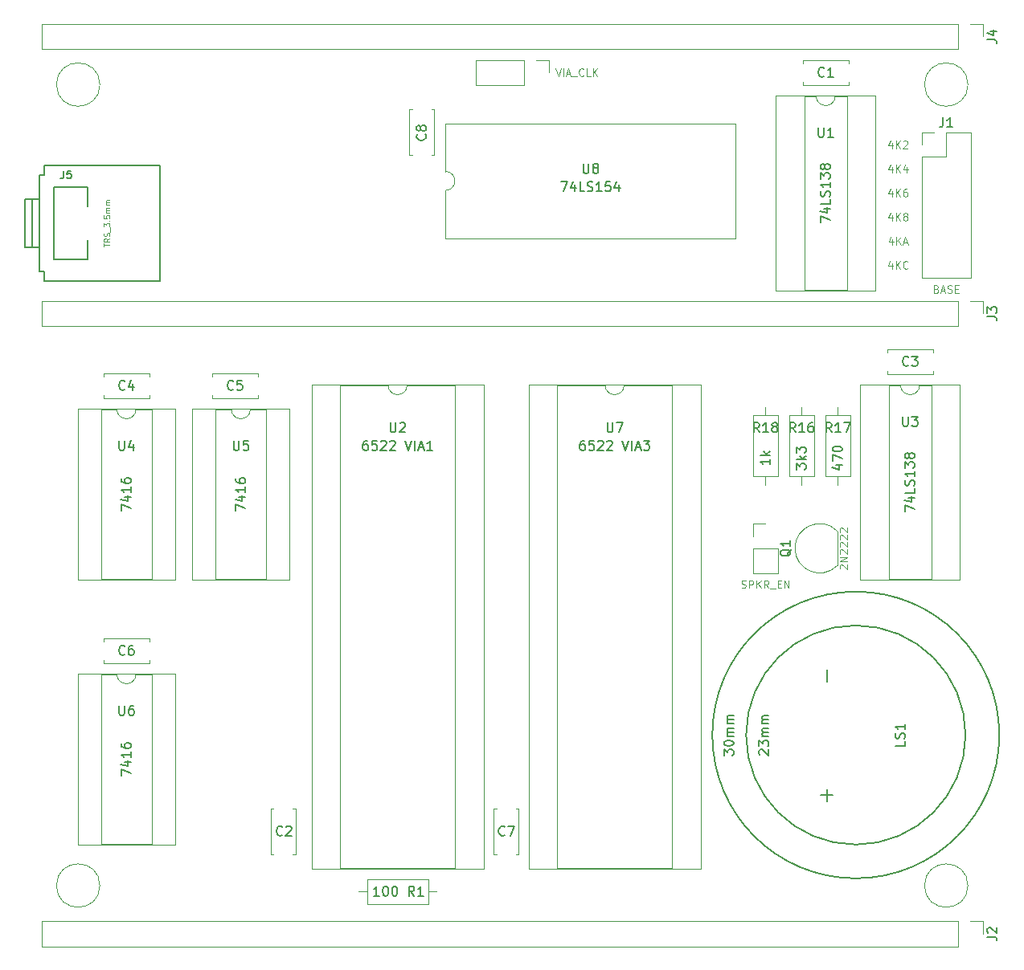
<source format=gto>
G04 #@! TF.GenerationSoftware,KiCad,Pcbnew,(5.1.5)-3*
G04 #@! TF.CreationDate,2020-11-02T01:25:37+01:00*
G04 #@! TF.ProjectId,PP 6502 Game Board,50502036-3530-4322-9047-616d6520426f,rev?*
G04 #@! TF.SameCoordinates,Original*
G04 #@! TF.FileFunction,Legend,Top*
G04 #@! TF.FilePolarity,Positive*
%FSLAX46Y46*%
G04 Gerber Fmt 4.6, Leading zero omitted, Abs format (unit mm)*
G04 Created by KiCad (PCBNEW (5.1.5)-3) date 2020-11-02 01:25:37*
%MOMM*%
%LPD*%
G04 APERTURE LIST*
%ADD10C,0.100000*%
%ADD11C,0.120000*%
%ADD12C,0.150000*%
G04 APERTURE END LIST*
D10*
X154446190Y-54171904D02*
X154712857Y-54971904D01*
X154979523Y-54171904D01*
X155246190Y-54971904D02*
X155246190Y-54171904D01*
X155589047Y-54743333D02*
X155970000Y-54743333D01*
X155512857Y-54971904D02*
X155779523Y-54171904D01*
X156046190Y-54971904D01*
X156122380Y-55048095D02*
X156731904Y-55048095D01*
X157379523Y-54895714D02*
X157341428Y-54933809D01*
X157227142Y-54971904D01*
X157150952Y-54971904D01*
X157036666Y-54933809D01*
X156960476Y-54857619D01*
X156922380Y-54781428D01*
X156884285Y-54629047D01*
X156884285Y-54514761D01*
X156922380Y-54362380D01*
X156960476Y-54286190D01*
X157036666Y-54210000D01*
X157150952Y-54171904D01*
X157227142Y-54171904D01*
X157341428Y-54210000D01*
X157379523Y-54248095D01*
X158103333Y-54971904D02*
X157722380Y-54971904D01*
X157722380Y-54171904D01*
X158370000Y-54971904D02*
X158370000Y-54171904D01*
X158827142Y-54971904D02*
X158484285Y-54514761D01*
X158827142Y-54171904D02*
X158370000Y-54629047D01*
X189852380Y-74758571D02*
X189852380Y-75291904D01*
X189661904Y-74453809D02*
X189471428Y-75025238D01*
X189966666Y-75025238D01*
X190271428Y-75291904D02*
X190271428Y-74491904D01*
X190728571Y-75291904D02*
X190385714Y-74834761D01*
X190728571Y-74491904D02*
X190271428Y-74949047D01*
X191528571Y-75215714D02*
X191490476Y-75253809D01*
X191376190Y-75291904D01*
X191300000Y-75291904D01*
X191185714Y-75253809D01*
X191109523Y-75177619D01*
X191071428Y-75101428D01*
X191033333Y-74949047D01*
X191033333Y-74834761D01*
X191071428Y-74682380D01*
X191109523Y-74606190D01*
X191185714Y-74530000D01*
X191300000Y-74491904D01*
X191376190Y-74491904D01*
X191490476Y-74530000D01*
X191528571Y-74568095D01*
X189909523Y-72218571D02*
X189909523Y-72751904D01*
X189719047Y-71913809D02*
X189528571Y-72485238D01*
X190023809Y-72485238D01*
X190328571Y-72751904D02*
X190328571Y-71951904D01*
X190785714Y-72751904D02*
X190442857Y-72294761D01*
X190785714Y-71951904D02*
X190328571Y-72409047D01*
X191090476Y-72523333D02*
X191471428Y-72523333D01*
X191014285Y-72751904D02*
X191280952Y-71951904D01*
X191547619Y-72751904D01*
X189871428Y-69678571D02*
X189871428Y-70211904D01*
X189680952Y-69373809D02*
X189490476Y-69945238D01*
X189985714Y-69945238D01*
X190290476Y-70211904D02*
X190290476Y-69411904D01*
X190747619Y-70211904D02*
X190404761Y-69754761D01*
X190747619Y-69411904D02*
X190290476Y-69869047D01*
X191204761Y-69754761D02*
X191128571Y-69716666D01*
X191090476Y-69678571D01*
X191052380Y-69602380D01*
X191052380Y-69564285D01*
X191090476Y-69488095D01*
X191128571Y-69450000D01*
X191204761Y-69411904D01*
X191357142Y-69411904D01*
X191433333Y-69450000D01*
X191471428Y-69488095D01*
X191509523Y-69564285D01*
X191509523Y-69602380D01*
X191471428Y-69678571D01*
X191433333Y-69716666D01*
X191357142Y-69754761D01*
X191204761Y-69754761D01*
X191128571Y-69792857D01*
X191090476Y-69830952D01*
X191052380Y-69907142D01*
X191052380Y-70059523D01*
X191090476Y-70135714D01*
X191128571Y-70173809D01*
X191204761Y-70211904D01*
X191357142Y-70211904D01*
X191433333Y-70173809D01*
X191471428Y-70135714D01*
X191509523Y-70059523D01*
X191509523Y-69907142D01*
X191471428Y-69830952D01*
X191433333Y-69792857D01*
X191357142Y-69754761D01*
X189871428Y-67138571D02*
X189871428Y-67671904D01*
X189680952Y-66833809D02*
X189490476Y-67405238D01*
X189985714Y-67405238D01*
X190290476Y-67671904D02*
X190290476Y-66871904D01*
X190747619Y-67671904D02*
X190404761Y-67214761D01*
X190747619Y-66871904D02*
X190290476Y-67329047D01*
X191433333Y-66871904D02*
X191280952Y-66871904D01*
X191204761Y-66910000D01*
X191166666Y-66948095D01*
X191090476Y-67062380D01*
X191052380Y-67214761D01*
X191052380Y-67519523D01*
X191090476Y-67595714D01*
X191128571Y-67633809D01*
X191204761Y-67671904D01*
X191357142Y-67671904D01*
X191433333Y-67633809D01*
X191471428Y-67595714D01*
X191509523Y-67519523D01*
X191509523Y-67329047D01*
X191471428Y-67252857D01*
X191433333Y-67214761D01*
X191357142Y-67176666D01*
X191204761Y-67176666D01*
X191128571Y-67214761D01*
X191090476Y-67252857D01*
X191052380Y-67329047D01*
X189871428Y-64598571D02*
X189871428Y-65131904D01*
X189680952Y-64293809D02*
X189490476Y-64865238D01*
X189985714Y-64865238D01*
X190290476Y-65131904D02*
X190290476Y-64331904D01*
X190747619Y-65131904D02*
X190404761Y-64674761D01*
X190747619Y-64331904D02*
X190290476Y-64789047D01*
X191433333Y-64598571D02*
X191433333Y-65131904D01*
X191242857Y-64293809D02*
X191052380Y-64865238D01*
X191547619Y-64865238D01*
X189871428Y-62058571D02*
X189871428Y-62591904D01*
X189680952Y-61753809D02*
X189490476Y-62325238D01*
X189985714Y-62325238D01*
X190290476Y-62591904D02*
X190290476Y-61791904D01*
X190747619Y-62591904D02*
X190404761Y-62134761D01*
X190747619Y-61791904D02*
X190290476Y-62249047D01*
X191052380Y-61868095D02*
X191090476Y-61830000D01*
X191166666Y-61791904D01*
X191357142Y-61791904D01*
X191433333Y-61830000D01*
X191471428Y-61868095D01*
X191509523Y-61944285D01*
X191509523Y-62020476D01*
X191471428Y-62134761D01*
X191014285Y-62591904D01*
X191509523Y-62591904D01*
D11*
X106426000Y-140335000D02*
G75*
G03X106426000Y-140335000I-2286000J0D01*
G01*
X197866000Y-140335000D02*
G75*
G03X197866000Y-140335000I-2286000J0D01*
G01*
X197866000Y-55880000D02*
G75*
G03X197866000Y-55880000I-2286000J0D01*
G01*
X106426000Y-55880000D02*
G75*
G03X106426000Y-55880000I-2286000J0D01*
G01*
X124420000Y-137070000D02*
X124420000Y-132250000D01*
X127040000Y-137070000D02*
X127040000Y-132250000D01*
X124420000Y-137070000D02*
X124734000Y-137070000D01*
X126726000Y-137070000D02*
X127040000Y-137070000D01*
X124420000Y-132250000D02*
X124734000Y-132250000D01*
X126726000Y-132250000D02*
X127040000Y-132250000D01*
X194220000Y-86400000D02*
X189400000Y-86400000D01*
X194220000Y-83780000D02*
X189400000Y-83780000D01*
X194220000Y-86400000D02*
X194220000Y-86086000D01*
X194220000Y-84094000D02*
X194220000Y-83780000D01*
X189400000Y-86400000D02*
X189400000Y-86086000D01*
X189400000Y-84094000D02*
X189400000Y-83780000D01*
X183880000Y-57090000D02*
G75*
G02X181880000Y-57090000I-1000000J0D01*
G01*
X181880000Y-57090000D02*
X180630000Y-57090000D01*
X180630000Y-57090000D02*
X180630000Y-77530000D01*
X180630000Y-77530000D02*
X185130000Y-77530000D01*
X185130000Y-77530000D02*
X185130000Y-57090000D01*
X185130000Y-57090000D02*
X183880000Y-57090000D01*
X177630000Y-57030000D02*
X177630000Y-77590000D01*
X177630000Y-77590000D02*
X188130000Y-77590000D01*
X188130000Y-77590000D02*
X188130000Y-57030000D01*
X188130000Y-57030000D02*
X177630000Y-57030000D01*
X138795000Y-87570000D02*
G75*
G02X136795000Y-87570000I-1000000J0D01*
G01*
X136795000Y-87570000D02*
X131735000Y-87570000D01*
X131735000Y-87570000D02*
X131735000Y-138490000D01*
X131735000Y-138490000D02*
X143855000Y-138490000D01*
X143855000Y-138490000D02*
X143855000Y-87570000D01*
X143855000Y-87570000D02*
X138795000Y-87570000D01*
X128735000Y-87510000D02*
X128735000Y-138550000D01*
X128735000Y-138550000D02*
X146855000Y-138550000D01*
X146855000Y-138550000D02*
X146855000Y-87510000D01*
X146855000Y-87510000D02*
X128735000Y-87510000D01*
X192770000Y-87570000D02*
G75*
G02X190770000Y-87570000I-1000000J0D01*
G01*
X190770000Y-87570000D02*
X189520000Y-87570000D01*
X189520000Y-87570000D02*
X189520000Y-108010000D01*
X189520000Y-108010000D02*
X194020000Y-108010000D01*
X194020000Y-108010000D02*
X194020000Y-87570000D01*
X194020000Y-87570000D02*
X192770000Y-87570000D01*
X186520000Y-87510000D02*
X186520000Y-108070000D01*
X186520000Y-108070000D02*
X197020000Y-108070000D01*
X197020000Y-108070000D02*
X197020000Y-87510000D01*
X197020000Y-87510000D02*
X186520000Y-87510000D01*
X145990000Y-53280000D02*
X145990000Y-55940000D01*
X151130000Y-53280000D02*
X145990000Y-53280000D01*
X151130000Y-55940000D02*
X145990000Y-55940000D01*
X151130000Y-53280000D02*
X151130000Y-55940000D01*
X152400000Y-53280000D02*
X153730000Y-53280000D01*
X153730000Y-53280000D02*
X153730000Y-54610000D01*
X185330000Y-55920000D02*
X180510000Y-55920000D01*
X185330000Y-53300000D02*
X180510000Y-53300000D01*
X185330000Y-55920000D02*
X185330000Y-55606000D01*
X185330000Y-53614000D02*
X185330000Y-53300000D01*
X180510000Y-55920000D02*
X180510000Y-55606000D01*
X180510000Y-53614000D02*
X180510000Y-53300000D01*
X111670000Y-88940000D02*
X106850000Y-88940000D01*
X111670000Y-86320000D02*
X106850000Y-86320000D01*
X111670000Y-88940000D02*
X111670000Y-88626000D01*
X111670000Y-86634000D02*
X111670000Y-86320000D01*
X106850000Y-88940000D02*
X106850000Y-88626000D01*
X106850000Y-86634000D02*
X106850000Y-86320000D01*
X123100000Y-88940000D02*
X118280000Y-88940000D01*
X123100000Y-86320000D02*
X118280000Y-86320000D01*
X123100000Y-88940000D02*
X123100000Y-88626000D01*
X123100000Y-86634000D02*
X123100000Y-86320000D01*
X118280000Y-88940000D02*
X118280000Y-88626000D01*
X118280000Y-86634000D02*
X118280000Y-86320000D01*
X192980000Y-76260000D02*
X198180000Y-76260000D01*
X192980000Y-63500000D02*
X192980000Y-76260000D01*
X198180000Y-60900000D02*
X198180000Y-76260000D01*
X192980000Y-63500000D02*
X195580000Y-63500000D01*
X195580000Y-63500000D02*
X195580000Y-60900000D01*
X195580000Y-60900000D02*
X198180000Y-60900000D01*
X192980000Y-62230000D02*
X192980000Y-60900000D01*
X192980000Y-60900000D02*
X194310000Y-60900000D01*
X100270000Y-144085000D02*
X100270000Y-146745000D01*
X196850000Y-144085000D02*
X100270000Y-144085000D01*
X196850000Y-146745000D02*
X100270000Y-146745000D01*
X196850000Y-144085000D02*
X196850000Y-146745000D01*
X198120000Y-144085000D02*
X199450000Y-144085000D01*
X199450000Y-144085000D02*
X199450000Y-145415000D01*
X100270000Y-78680000D02*
X100270000Y-81340000D01*
X196850000Y-78680000D02*
X100270000Y-78680000D01*
X196850000Y-81340000D02*
X100270000Y-81340000D01*
X196850000Y-78680000D02*
X196850000Y-81340000D01*
X198120000Y-78680000D02*
X199450000Y-78680000D01*
X199450000Y-78680000D02*
X199450000Y-80010000D01*
X181650000Y-90770000D02*
X179030000Y-90770000D01*
X179030000Y-90770000D02*
X179030000Y-97190000D01*
X179030000Y-97190000D02*
X181650000Y-97190000D01*
X181650000Y-97190000D02*
X181650000Y-90770000D01*
X180340000Y-89880000D02*
X180340000Y-90770000D01*
X180340000Y-98080000D02*
X180340000Y-97190000D01*
X110220000Y-90110000D02*
G75*
G02X108220000Y-90110000I-1000000J0D01*
G01*
X108220000Y-90110000D02*
X106570000Y-90110000D01*
X106570000Y-90110000D02*
X106570000Y-108010000D01*
X106570000Y-108010000D02*
X111870000Y-108010000D01*
X111870000Y-108010000D02*
X111870000Y-90110000D01*
X111870000Y-90110000D02*
X110220000Y-90110000D01*
X104080000Y-90050000D02*
X104080000Y-108070000D01*
X104080000Y-108070000D02*
X114360000Y-108070000D01*
X114360000Y-108070000D02*
X114360000Y-90050000D01*
X114360000Y-90050000D02*
X104080000Y-90050000D01*
X122285000Y-90110000D02*
G75*
G02X120285000Y-90110000I-1000000J0D01*
G01*
X120285000Y-90110000D02*
X118635000Y-90110000D01*
X118635000Y-90110000D02*
X118635000Y-108010000D01*
X118635000Y-108010000D02*
X123935000Y-108010000D01*
X123935000Y-108010000D02*
X123935000Y-90110000D01*
X123935000Y-90110000D02*
X122285000Y-90110000D01*
X116145000Y-90050000D02*
X116145000Y-108070000D01*
X116145000Y-108070000D02*
X126425000Y-108070000D01*
X126425000Y-108070000D02*
X126425000Y-90050000D01*
X126425000Y-90050000D02*
X116145000Y-90050000D01*
X110220000Y-118050000D02*
G75*
G02X108220000Y-118050000I-1000000J0D01*
G01*
X108220000Y-118050000D02*
X106570000Y-118050000D01*
X106570000Y-118050000D02*
X106570000Y-135950000D01*
X106570000Y-135950000D02*
X111870000Y-135950000D01*
X111870000Y-135950000D02*
X111870000Y-118050000D01*
X111870000Y-118050000D02*
X110220000Y-118050000D01*
X104080000Y-117990000D02*
X104080000Y-136010000D01*
X104080000Y-136010000D02*
X114360000Y-136010000D01*
X114360000Y-136010000D02*
X114360000Y-117990000D01*
X114360000Y-117990000D02*
X104080000Y-117990000D01*
X161655000Y-87570000D02*
G75*
G02X159655000Y-87570000I-1000000J0D01*
G01*
X159655000Y-87570000D02*
X154595000Y-87570000D01*
X154595000Y-87570000D02*
X154595000Y-138490000D01*
X154595000Y-138490000D02*
X166715000Y-138490000D01*
X166715000Y-138490000D02*
X166715000Y-87570000D01*
X166715000Y-87570000D02*
X161655000Y-87570000D01*
X151595000Y-87510000D02*
X151595000Y-138550000D01*
X151595000Y-138550000D02*
X169715000Y-138550000D01*
X169715000Y-138550000D02*
X169715000Y-87510000D01*
X169715000Y-87510000D02*
X151595000Y-87510000D01*
X142815000Y-65040000D02*
G75*
G02X142815000Y-67040000I0J-1000000D01*
G01*
X142815000Y-67040000D02*
X142815000Y-72100000D01*
X142815000Y-72100000D02*
X173415000Y-72100000D01*
X173415000Y-72100000D02*
X173415000Y-59980000D01*
X173415000Y-59980000D02*
X142815000Y-59980000D01*
X142815000Y-59980000D02*
X142815000Y-65040000D01*
X100270000Y-49470000D02*
X100270000Y-52130000D01*
X196850000Y-49470000D02*
X100270000Y-49470000D01*
X196850000Y-52130000D02*
X100270000Y-52130000D01*
X196850000Y-49470000D02*
X196850000Y-52130000D01*
X198120000Y-49470000D02*
X199450000Y-49470000D01*
X199450000Y-49470000D02*
X199450000Y-50800000D01*
X111670000Y-116880000D02*
X106850000Y-116880000D01*
X111670000Y-114260000D02*
X106850000Y-114260000D01*
X111670000Y-116880000D02*
X111670000Y-116566000D01*
X111670000Y-114574000D02*
X111670000Y-114260000D01*
X106850000Y-116880000D02*
X106850000Y-116566000D01*
X106850000Y-114574000D02*
X106850000Y-114260000D01*
X147915000Y-137070000D02*
X147915000Y-132250000D01*
X150535000Y-137070000D02*
X150535000Y-132250000D01*
X147915000Y-137070000D02*
X148229000Y-137070000D01*
X150221000Y-137070000D02*
X150535000Y-137070000D01*
X147915000Y-132250000D02*
X148229000Y-132250000D01*
X150221000Y-132250000D02*
X150535000Y-132250000D01*
X184095000Y-106575000D02*
X184095000Y-102975000D01*
X184083478Y-106613478D02*
G75*
G02X179645000Y-104775000I-1838478J1838478D01*
G01*
X184083478Y-102936522D02*
G75*
G03X179645000Y-104775000I-1838478J-1838478D01*
G01*
X182840000Y-97190000D02*
X185460000Y-97190000D01*
X185460000Y-97190000D02*
X185460000Y-90770000D01*
X185460000Y-90770000D02*
X182840000Y-90770000D01*
X182840000Y-90770000D02*
X182840000Y-97190000D01*
X184150000Y-98080000D02*
X184150000Y-97190000D01*
X184150000Y-89880000D02*
X184150000Y-90770000D01*
X177840000Y-90770000D02*
X175220000Y-90770000D01*
X175220000Y-90770000D02*
X175220000Y-97190000D01*
X175220000Y-97190000D02*
X177840000Y-97190000D01*
X177840000Y-97190000D02*
X177840000Y-90770000D01*
X176530000Y-89880000D02*
X176530000Y-90770000D01*
X176530000Y-98080000D02*
X176530000Y-97190000D01*
D12*
X183007000Y-118237000D02*
X183007000Y-117602000D01*
X183007000Y-118237000D02*
X183007000Y-118872000D01*
X183007000Y-130810000D02*
X183007000Y-130175000D01*
X183007000Y-130810000D02*
X183007000Y-131445000D01*
X183515000Y-130810000D02*
X183642000Y-130810000D01*
X182372000Y-130810000D02*
X183515000Y-130810000D01*
X197612000Y-124460000D02*
G75*
G03X197612000Y-124460000I-11557000J0D01*
G01*
X201168000Y-124460000D02*
G75*
G03X201168000Y-124460000I-15113000J0D01*
G01*
X105156000Y-72263000D02*
X105156000Y-74295000D01*
X105156000Y-74295000D02*
X101600000Y-74295000D01*
X101600000Y-74295000D02*
X101600000Y-66675000D01*
X101600000Y-66675000D02*
X105156000Y-66675000D01*
X105156000Y-66675000D02*
X105156000Y-68707000D01*
X100584000Y-75565000D02*
X100584000Y-76581000D01*
X100584000Y-64389000D02*
X100584000Y-65405000D01*
X98552000Y-73025000D02*
X100076000Y-73025000D01*
X100076000Y-67945000D02*
X98552000Y-67945000D01*
X99314000Y-73025000D02*
X99314000Y-67945000D01*
X100584000Y-75565000D02*
X100330000Y-75565000D01*
X100330000Y-75565000D02*
X100076000Y-75565000D01*
X100076000Y-75565000D02*
X100076000Y-65405000D01*
X100076000Y-65405000D02*
X100584000Y-65405000D01*
X98552000Y-73025000D02*
X98552000Y-67945000D01*
X112776000Y-76581000D02*
X100584000Y-76581000D01*
X100584000Y-64389000D02*
X112776000Y-64389000D01*
X112776000Y-64389000D02*
X112776000Y-76581000D01*
D11*
X175200000Y-107375000D02*
X177860000Y-107375000D01*
X175200000Y-104775000D02*
X175200000Y-107375000D01*
X177860000Y-104775000D02*
X177860000Y-107375000D01*
X175200000Y-104775000D02*
X177860000Y-104775000D01*
X175200000Y-103505000D02*
X175200000Y-102175000D01*
X175200000Y-102175000D02*
X176530000Y-102175000D01*
X141005000Y-142280000D02*
X141005000Y-139660000D01*
X141005000Y-139660000D02*
X134585000Y-139660000D01*
X134585000Y-139660000D02*
X134585000Y-142280000D01*
X134585000Y-142280000D02*
X141005000Y-142280000D01*
X141895000Y-140970000D02*
X141005000Y-140970000D01*
X133695000Y-140970000D02*
X134585000Y-140970000D01*
X141645000Y-58510000D02*
X141645000Y-63330000D01*
X139025000Y-58510000D02*
X139025000Y-63330000D01*
X141645000Y-58510000D02*
X141331000Y-58510000D01*
X139339000Y-58510000D02*
X139025000Y-58510000D01*
X141645000Y-63330000D02*
X141331000Y-63330000D01*
X139339000Y-63330000D02*
X139025000Y-63330000D01*
D12*
X125648332Y-134977142D02*
X125600713Y-135024761D01*
X125457856Y-135072380D01*
X125362618Y-135072380D01*
X125219760Y-135024761D01*
X125124522Y-134929523D01*
X125076903Y-134834285D01*
X125029284Y-134643809D01*
X125029284Y-134500952D01*
X125076903Y-134310476D01*
X125124522Y-134215238D01*
X125219760Y-134120000D01*
X125362618Y-134072380D01*
X125457856Y-134072380D01*
X125600713Y-134120000D01*
X125648332Y-134167619D01*
X126029284Y-134167619D02*
X126076903Y-134120000D01*
X126172141Y-134072380D01*
X126410237Y-134072380D01*
X126505475Y-134120000D01*
X126553094Y-134167619D01*
X126600713Y-134262857D01*
X126600713Y-134358095D01*
X126553094Y-134500952D01*
X125981665Y-135072380D01*
X126600713Y-135072380D01*
X191603333Y-85447142D02*
X191555714Y-85494761D01*
X191412857Y-85542380D01*
X191317619Y-85542380D01*
X191174761Y-85494761D01*
X191079523Y-85399523D01*
X191031904Y-85304285D01*
X190984285Y-85113809D01*
X190984285Y-84970952D01*
X191031904Y-84780476D01*
X191079523Y-84685238D01*
X191174761Y-84590000D01*
X191317619Y-84542380D01*
X191412857Y-84542380D01*
X191555714Y-84590000D01*
X191603333Y-84637619D01*
X191936666Y-84542380D02*
X192555714Y-84542380D01*
X192222380Y-84923333D01*
X192365238Y-84923333D01*
X192460476Y-84970952D01*
X192508095Y-85018571D01*
X192555714Y-85113809D01*
X192555714Y-85351904D01*
X192508095Y-85447142D01*
X192460476Y-85494761D01*
X192365238Y-85542380D01*
X192079523Y-85542380D01*
X191984285Y-85494761D01*
X191936666Y-85447142D01*
X182118095Y-60412380D02*
X182118095Y-61221904D01*
X182165714Y-61317142D01*
X182213333Y-61364761D01*
X182308571Y-61412380D01*
X182499047Y-61412380D01*
X182594285Y-61364761D01*
X182641904Y-61317142D01*
X182689523Y-61221904D01*
X182689523Y-60412380D01*
X183689523Y-61412380D02*
X183118095Y-61412380D01*
X183403809Y-61412380D02*
X183403809Y-60412380D01*
X183308571Y-60555238D01*
X183213333Y-60650476D01*
X183118095Y-60698095D01*
X182332380Y-70429047D02*
X182332380Y-69762380D01*
X183332380Y-70190952D01*
X182665714Y-68952857D02*
X183332380Y-68952857D01*
X182284761Y-69190952D02*
X182999047Y-69429047D01*
X182999047Y-68810000D01*
X183332380Y-67952857D02*
X183332380Y-68429047D01*
X182332380Y-68429047D01*
X183284761Y-67667142D02*
X183332380Y-67524285D01*
X183332380Y-67286190D01*
X183284761Y-67190952D01*
X183237142Y-67143333D01*
X183141904Y-67095714D01*
X183046666Y-67095714D01*
X182951428Y-67143333D01*
X182903809Y-67190952D01*
X182856190Y-67286190D01*
X182808571Y-67476666D01*
X182760952Y-67571904D01*
X182713333Y-67619523D01*
X182618095Y-67667142D01*
X182522857Y-67667142D01*
X182427619Y-67619523D01*
X182380000Y-67571904D01*
X182332380Y-67476666D01*
X182332380Y-67238571D01*
X182380000Y-67095714D01*
X183332380Y-66143333D02*
X183332380Y-66714761D01*
X183332380Y-66429047D02*
X182332380Y-66429047D01*
X182475238Y-66524285D01*
X182570476Y-66619523D01*
X182618095Y-66714761D01*
X182332380Y-65810000D02*
X182332380Y-65190952D01*
X182713333Y-65524285D01*
X182713333Y-65381428D01*
X182760952Y-65286190D01*
X182808571Y-65238571D01*
X182903809Y-65190952D01*
X183141904Y-65190952D01*
X183237142Y-65238571D01*
X183284761Y-65286190D01*
X183332380Y-65381428D01*
X183332380Y-65667142D01*
X183284761Y-65762380D01*
X183237142Y-65810000D01*
X182760952Y-64619523D02*
X182713333Y-64714761D01*
X182665714Y-64762380D01*
X182570476Y-64810000D01*
X182522857Y-64810000D01*
X182427619Y-64762380D01*
X182380000Y-64714761D01*
X182332380Y-64619523D01*
X182332380Y-64429047D01*
X182380000Y-64333809D01*
X182427619Y-64286190D01*
X182522857Y-64238571D01*
X182570476Y-64238571D01*
X182665714Y-64286190D01*
X182713333Y-64333809D01*
X182760952Y-64429047D01*
X182760952Y-64619523D01*
X182808571Y-64714761D01*
X182856190Y-64762380D01*
X182951428Y-64810000D01*
X183141904Y-64810000D01*
X183237142Y-64762380D01*
X183284761Y-64714761D01*
X183332380Y-64619523D01*
X183332380Y-64429047D01*
X183284761Y-64333809D01*
X183237142Y-64286190D01*
X183141904Y-64238571D01*
X182951428Y-64238571D01*
X182856190Y-64286190D01*
X182808571Y-64333809D01*
X182760952Y-64429047D01*
X137033095Y-91527380D02*
X137033095Y-92336904D01*
X137080714Y-92432142D01*
X137128333Y-92479761D01*
X137223571Y-92527380D01*
X137414047Y-92527380D01*
X137509285Y-92479761D01*
X137556904Y-92432142D01*
X137604523Y-92336904D01*
X137604523Y-91527380D01*
X138033095Y-91622619D02*
X138080714Y-91575000D01*
X138175952Y-91527380D01*
X138414047Y-91527380D01*
X138509285Y-91575000D01*
X138556904Y-91622619D01*
X138604523Y-91717857D01*
X138604523Y-91813095D01*
X138556904Y-91955952D01*
X137985476Y-92527380D01*
X138604523Y-92527380D01*
X134604523Y-93432380D02*
X134414047Y-93432380D01*
X134318809Y-93480000D01*
X134271190Y-93527619D01*
X134175952Y-93670476D01*
X134128333Y-93860952D01*
X134128333Y-94241904D01*
X134175952Y-94337142D01*
X134223571Y-94384761D01*
X134318809Y-94432380D01*
X134509285Y-94432380D01*
X134604523Y-94384761D01*
X134652142Y-94337142D01*
X134699761Y-94241904D01*
X134699761Y-94003809D01*
X134652142Y-93908571D01*
X134604523Y-93860952D01*
X134509285Y-93813333D01*
X134318809Y-93813333D01*
X134223571Y-93860952D01*
X134175952Y-93908571D01*
X134128333Y-94003809D01*
X135604523Y-93432380D02*
X135128333Y-93432380D01*
X135080714Y-93908571D01*
X135128333Y-93860952D01*
X135223571Y-93813333D01*
X135461666Y-93813333D01*
X135556904Y-93860952D01*
X135604523Y-93908571D01*
X135652142Y-94003809D01*
X135652142Y-94241904D01*
X135604523Y-94337142D01*
X135556904Y-94384761D01*
X135461666Y-94432380D01*
X135223571Y-94432380D01*
X135128333Y-94384761D01*
X135080714Y-94337142D01*
X136033095Y-93527619D02*
X136080714Y-93480000D01*
X136175952Y-93432380D01*
X136414047Y-93432380D01*
X136509285Y-93480000D01*
X136556904Y-93527619D01*
X136604523Y-93622857D01*
X136604523Y-93718095D01*
X136556904Y-93860952D01*
X135985476Y-94432380D01*
X136604523Y-94432380D01*
X136985476Y-93527619D02*
X137033095Y-93480000D01*
X137128333Y-93432380D01*
X137366428Y-93432380D01*
X137461666Y-93480000D01*
X137509285Y-93527619D01*
X137556904Y-93622857D01*
X137556904Y-93718095D01*
X137509285Y-93860952D01*
X136937857Y-94432380D01*
X137556904Y-94432380D01*
X138604523Y-93432380D02*
X138937857Y-94432380D01*
X139271190Y-93432380D01*
X139604523Y-94432380D02*
X139604523Y-93432380D01*
X140033095Y-94146666D02*
X140509285Y-94146666D01*
X139937857Y-94432380D02*
X140271190Y-93432380D01*
X140604523Y-94432380D01*
X141461666Y-94432380D02*
X140890238Y-94432380D01*
X141175952Y-94432380D02*
X141175952Y-93432380D01*
X141080714Y-93575238D01*
X140985476Y-93670476D01*
X140890238Y-93718095D01*
X191008095Y-90892380D02*
X191008095Y-91701904D01*
X191055714Y-91797142D01*
X191103333Y-91844761D01*
X191198571Y-91892380D01*
X191389047Y-91892380D01*
X191484285Y-91844761D01*
X191531904Y-91797142D01*
X191579523Y-91701904D01*
X191579523Y-90892380D01*
X191960476Y-90892380D02*
X192579523Y-90892380D01*
X192246190Y-91273333D01*
X192389047Y-91273333D01*
X192484285Y-91320952D01*
X192531904Y-91368571D01*
X192579523Y-91463809D01*
X192579523Y-91701904D01*
X192531904Y-91797142D01*
X192484285Y-91844761D01*
X192389047Y-91892380D01*
X192103333Y-91892380D01*
X192008095Y-91844761D01*
X191960476Y-91797142D01*
X191222380Y-100909047D02*
X191222380Y-100242380D01*
X192222380Y-100670952D01*
X191555714Y-99432857D02*
X192222380Y-99432857D01*
X191174761Y-99670952D02*
X191889047Y-99909047D01*
X191889047Y-99290000D01*
X192222380Y-98432857D02*
X192222380Y-98909047D01*
X191222380Y-98909047D01*
X192174761Y-98147142D02*
X192222380Y-98004285D01*
X192222380Y-97766190D01*
X192174761Y-97670952D01*
X192127142Y-97623333D01*
X192031904Y-97575714D01*
X191936666Y-97575714D01*
X191841428Y-97623333D01*
X191793809Y-97670952D01*
X191746190Y-97766190D01*
X191698571Y-97956666D01*
X191650952Y-98051904D01*
X191603333Y-98099523D01*
X191508095Y-98147142D01*
X191412857Y-98147142D01*
X191317619Y-98099523D01*
X191270000Y-98051904D01*
X191222380Y-97956666D01*
X191222380Y-97718571D01*
X191270000Y-97575714D01*
X192222380Y-96623333D02*
X192222380Y-97194761D01*
X192222380Y-96909047D02*
X191222380Y-96909047D01*
X191365238Y-97004285D01*
X191460476Y-97099523D01*
X191508095Y-97194761D01*
X191222380Y-96290000D02*
X191222380Y-95670952D01*
X191603333Y-96004285D01*
X191603333Y-95861428D01*
X191650952Y-95766190D01*
X191698571Y-95718571D01*
X191793809Y-95670952D01*
X192031904Y-95670952D01*
X192127142Y-95718571D01*
X192174761Y-95766190D01*
X192222380Y-95861428D01*
X192222380Y-96147142D01*
X192174761Y-96242380D01*
X192127142Y-96290000D01*
X191650952Y-95099523D02*
X191603333Y-95194761D01*
X191555714Y-95242380D01*
X191460476Y-95290000D01*
X191412857Y-95290000D01*
X191317619Y-95242380D01*
X191270000Y-95194761D01*
X191222380Y-95099523D01*
X191222380Y-94909047D01*
X191270000Y-94813809D01*
X191317619Y-94766190D01*
X191412857Y-94718571D01*
X191460476Y-94718571D01*
X191555714Y-94766190D01*
X191603333Y-94813809D01*
X191650952Y-94909047D01*
X191650952Y-95099523D01*
X191698571Y-95194761D01*
X191746190Y-95242380D01*
X191841428Y-95290000D01*
X192031904Y-95290000D01*
X192127142Y-95242380D01*
X192174761Y-95194761D01*
X192222380Y-95099523D01*
X192222380Y-94909047D01*
X192174761Y-94813809D01*
X192127142Y-94766190D01*
X192031904Y-94718571D01*
X191841428Y-94718571D01*
X191746190Y-94766190D01*
X191698571Y-94813809D01*
X191650952Y-94909047D01*
X182713333Y-54967142D02*
X182665714Y-55014761D01*
X182522857Y-55062380D01*
X182427619Y-55062380D01*
X182284761Y-55014761D01*
X182189523Y-54919523D01*
X182141904Y-54824285D01*
X182094285Y-54633809D01*
X182094285Y-54490952D01*
X182141904Y-54300476D01*
X182189523Y-54205238D01*
X182284761Y-54110000D01*
X182427619Y-54062380D01*
X182522857Y-54062380D01*
X182665714Y-54110000D01*
X182713333Y-54157619D01*
X183665714Y-55062380D02*
X183094285Y-55062380D01*
X183380000Y-55062380D02*
X183380000Y-54062380D01*
X183284761Y-54205238D01*
X183189523Y-54300476D01*
X183094285Y-54348095D01*
X109053333Y-87987142D02*
X109005714Y-88034761D01*
X108862857Y-88082380D01*
X108767619Y-88082380D01*
X108624761Y-88034761D01*
X108529523Y-87939523D01*
X108481904Y-87844285D01*
X108434285Y-87653809D01*
X108434285Y-87510952D01*
X108481904Y-87320476D01*
X108529523Y-87225238D01*
X108624761Y-87130000D01*
X108767619Y-87082380D01*
X108862857Y-87082380D01*
X109005714Y-87130000D01*
X109053333Y-87177619D01*
X109910476Y-87415714D02*
X109910476Y-88082380D01*
X109672380Y-87034761D02*
X109434285Y-87749047D01*
X110053333Y-87749047D01*
X120483333Y-87987142D02*
X120435714Y-88034761D01*
X120292857Y-88082380D01*
X120197619Y-88082380D01*
X120054761Y-88034761D01*
X119959523Y-87939523D01*
X119911904Y-87844285D01*
X119864285Y-87653809D01*
X119864285Y-87510952D01*
X119911904Y-87320476D01*
X119959523Y-87225238D01*
X120054761Y-87130000D01*
X120197619Y-87082380D01*
X120292857Y-87082380D01*
X120435714Y-87130000D01*
X120483333Y-87177619D01*
X121388095Y-87082380D02*
X120911904Y-87082380D01*
X120864285Y-87558571D01*
X120911904Y-87510952D01*
X121007142Y-87463333D01*
X121245238Y-87463333D01*
X121340476Y-87510952D01*
X121388095Y-87558571D01*
X121435714Y-87653809D01*
X121435714Y-87891904D01*
X121388095Y-87987142D01*
X121340476Y-88034761D01*
X121245238Y-88082380D01*
X121007142Y-88082380D01*
X120911904Y-88034761D01*
X120864285Y-87987142D01*
X195246666Y-59352380D02*
X195246666Y-60066666D01*
X195199047Y-60209523D01*
X195103809Y-60304761D01*
X194960952Y-60352380D01*
X194865714Y-60352380D01*
X196246666Y-60352380D02*
X195675238Y-60352380D01*
X195960952Y-60352380D02*
X195960952Y-59352380D01*
X195865714Y-59495238D01*
X195770476Y-59590476D01*
X195675238Y-59638095D01*
D10*
X194551428Y-77412857D02*
X194665714Y-77450952D01*
X194703809Y-77489047D01*
X194741904Y-77565238D01*
X194741904Y-77679523D01*
X194703809Y-77755714D01*
X194665714Y-77793809D01*
X194589523Y-77831904D01*
X194284761Y-77831904D01*
X194284761Y-77031904D01*
X194551428Y-77031904D01*
X194627619Y-77070000D01*
X194665714Y-77108095D01*
X194703809Y-77184285D01*
X194703809Y-77260476D01*
X194665714Y-77336666D01*
X194627619Y-77374761D01*
X194551428Y-77412857D01*
X194284761Y-77412857D01*
X195046666Y-77603333D02*
X195427619Y-77603333D01*
X194970476Y-77831904D02*
X195237142Y-77031904D01*
X195503809Y-77831904D01*
X195732380Y-77793809D02*
X195846666Y-77831904D01*
X196037142Y-77831904D01*
X196113333Y-77793809D01*
X196151428Y-77755714D01*
X196189523Y-77679523D01*
X196189523Y-77603333D01*
X196151428Y-77527142D01*
X196113333Y-77489047D01*
X196037142Y-77450952D01*
X195884761Y-77412857D01*
X195808571Y-77374761D01*
X195770476Y-77336666D01*
X195732380Y-77260476D01*
X195732380Y-77184285D01*
X195770476Y-77108095D01*
X195808571Y-77070000D01*
X195884761Y-77031904D01*
X196075238Y-77031904D01*
X196189523Y-77070000D01*
X196532380Y-77412857D02*
X196799047Y-77412857D01*
X196913333Y-77831904D02*
X196532380Y-77831904D01*
X196532380Y-77031904D01*
X196913333Y-77031904D01*
D12*
X199902380Y-145748333D02*
X200616666Y-145748333D01*
X200759523Y-145795952D01*
X200854761Y-145891190D01*
X200902380Y-146034047D01*
X200902380Y-146129285D01*
X199997619Y-145319761D02*
X199950000Y-145272142D01*
X199902380Y-145176904D01*
X199902380Y-144938809D01*
X199950000Y-144843571D01*
X199997619Y-144795952D01*
X200092857Y-144748333D01*
X200188095Y-144748333D01*
X200330952Y-144795952D01*
X200902380Y-145367380D01*
X200902380Y-144748333D01*
X199902380Y-80343333D02*
X200616666Y-80343333D01*
X200759523Y-80390952D01*
X200854761Y-80486190D01*
X200902380Y-80629047D01*
X200902380Y-80724285D01*
X199902380Y-79962380D02*
X199902380Y-79343333D01*
X200283333Y-79676666D01*
X200283333Y-79533809D01*
X200330952Y-79438571D01*
X200378571Y-79390952D01*
X200473809Y-79343333D01*
X200711904Y-79343333D01*
X200807142Y-79390952D01*
X200854761Y-79438571D01*
X200902380Y-79533809D01*
X200902380Y-79819523D01*
X200854761Y-79914761D01*
X200807142Y-79962380D01*
X179697142Y-92527380D02*
X179363809Y-92051190D01*
X179125714Y-92527380D02*
X179125714Y-91527380D01*
X179506666Y-91527380D01*
X179601904Y-91575000D01*
X179649523Y-91622619D01*
X179697142Y-91717857D01*
X179697142Y-91860714D01*
X179649523Y-91955952D01*
X179601904Y-92003571D01*
X179506666Y-92051190D01*
X179125714Y-92051190D01*
X180649523Y-92527380D02*
X180078095Y-92527380D01*
X180363809Y-92527380D02*
X180363809Y-91527380D01*
X180268571Y-91670238D01*
X180173333Y-91765476D01*
X180078095Y-91813095D01*
X181506666Y-91527380D02*
X181316190Y-91527380D01*
X181220952Y-91575000D01*
X181173333Y-91622619D01*
X181078095Y-91765476D01*
X181030476Y-91955952D01*
X181030476Y-92336904D01*
X181078095Y-92432142D01*
X181125714Y-92479761D01*
X181220952Y-92527380D01*
X181411428Y-92527380D01*
X181506666Y-92479761D01*
X181554285Y-92432142D01*
X181601904Y-92336904D01*
X181601904Y-92098809D01*
X181554285Y-92003571D01*
X181506666Y-91955952D01*
X181411428Y-91908333D01*
X181220952Y-91908333D01*
X181125714Y-91955952D01*
X181078095Y-92003571D01*
X181030476Y-92098809D01*
X179792380Y-96464285D02*
X179792380Y-95845238D01*
X180173333Y-96178571D01*
X180173333Y-96035714D01*
X180220952Y-95940476D01*
X180268571Y-95892857D01*
X180363809Y-95845238D01*
X180601904Y-95845238D01*
X180697142Y-95892857D01*
X180744761Y-95940476D01*
X180792380Y-96035714D01*
X180792380Y-96321428D01*
X180744761Y-96416666D01*
X180697142Y-96464285D01*
X180792380Y-95416666D02*
X179792380Y-95416666D01*
X180411428Y-95321428D02*
X180792380Y-95035714D01*
X180125714Y-95035714D02*
X180506666Y-95416666D01*
X179792380Y-94702380D02*
X179792380Y-94083333D01*
X180173333Y-94416666D01*
X180173333Y-94273809D01*
X180220952Y-94178571D01*
X180268571Y-94130952D01*
X180363809Y-94083333D01*
X180601904Y-94083333D01*
X180697142Y-94130952D01*
X180744761Y-94178571D01*
X180792380Y-94273809D01*
X180792380Y-94559523D01*
X180744761Y-94654761D01*
X180697142Y-94702380D01*
X108458095Y-93432380D02*
X108458095Y-94241904D01*
X108505714Y-94337142D01*
X108553333Y-94384761D01*
X108648571Y-94432380D01*
X108839047Y-94432380D01*
X108934285Y-94384761D01*
X108981904Y-94337142D01*
X109029523Y-94241904D01*
X109029523Y-93432380D01*
X109934285Y-93765714D02*
X109934285Y-94432380D01*
X109696190Y-93384761D02*
X109458095Y-94099047D01*
X110077142Y-94099047D01*
X108672380Y-100821904D02*
X108672380Y-100155238D01*
X109672380Y-100583809D01*
X109005714Y-99345714D02*
X109672380Y-99345714D01*
X108624761Y-99583809D02*
X109339047Y-99821904D01*
X109339047Y-99202857D01*
X109672380Y-98298095D02*
X109672380Y-98869523D01*
X109672380Y-98583809D02*
X108672380Y-98583809D01*
X108815238Y-98679047D01*
X108910476Y-98774285D01*
X108958095Y-98869523D01*
X108672380Y-97440952D02*
X108672380Y-97631428D01*
X108720000Y-97726666D01*
X108767619Y-97774285D01*
X108910476Y-97869523D01*
X109100952Y-97917142D01*
X109481904Y-97917142D01*
X109577142Y-97869523D01*
X109624761Y-97821904D01*
X109672380Y-97726666D01*
X109672380Y-97536190D01*
X109624761Y-97440952D01*
X109577142Y-97393333D01*
X109481904Y-97345714D01*
X109243809Y-97345714D01*
X109148571Y-97393333D01*
X109100952Y-97440952D01*
X109053333Y-97536190D01*
X109053333Y-97726666D01*
X109100952Y-97821904D01*
X109148571Y-97869523D01*
X109243809Y-97917142D01*
X120523095Y-93432380D02*
X120523095Y-94241904D01*
X120570714Y-94337142D01*
X120618333Y-94384761D01*
X120713571Y-94432380D01*
X120904047Y-94432380D01*
X120999285Y-94384761D01*
X121046904Y-94337142D01*
X121094523Y-94241904D01*
X121094523Y-93432380D01*
X122046904Y-93432380D02*
X121570714Y-93432380D01*
X121523095Y-93908571D01*
X121570714Y-93860952D01*
X121665952Y-93813333D01*
X121904047Y-93813333D01*
X121999285Y-93860952D01*
X122046904Y-93908571D01*
X122094523Y-94003809D01*
X122094523Y-94241904D01*
X122046904Y-94337142D01*
X121999285Y-94384761D01*
X121904047Y-94432380D01*
X121665952Y-94432380D01*
X121570714Y-94384761D01*
X121523095Y-94337142D01*
X120737380Y-100821904D02*
X120737380Y-100155238D01*
X121737380Y-100583809D01*
X121070714Y-99345714D02*
X121737380Y-99345714D01*
X120689761Y-99583809D02*
X121404047Y-99821904D01*
X121404047Y-99202857D01*
X121737380Y-98298095D02*
X121737380Y-98869523D01*
X121737380Y-98583809D02*
X120737380Y-98583809D01*
X120880238Y-98679047D01*
X120975476Y-98774285D01*
X121023095Y-98869523D01*
X120737380Y-97440952D02*
X120737380Y-97631428D01*
X120785000Y-97726666D01*
X120832619Y-97774285D01*
X120975476Y-97869523D01*
X121165952Y-97917142D01*
X121546904Y-97917142D01*
X121642142Y-97869523D01*
X121689761Y-97821904D01*
X121737380Y-97726666D01*
X121737380Y-97536190D01*
X121689761Y-97440952D01*
X121642142Y-97393333D01*
X121546904Y-97345714D01*
X121308809Y-97345714D01*
X121213571Y-97393333D01*
X121165952Y-97440952D01*
X121118333Y-97536190D01*
X121118333Y-97726666D01*
X121165952Y-97821904D01*
X121213571Y-97869523D01*
X121308809Y-97917142D01*
X108458095Y-121372380D02*
X108458095Y-122181904D01*
X108505714Y-122277142D01*
X108553333Y-122324761D01*
X108648571Y-122372380D01*
X108839047Y-122372380D01*
X108934285Y-122324761D01*
X108981904Y-122277142D01*
X109029523Y-122181904D01*
X109029523Y-121372380D01*
X109934285Y-121372380D02*
X109743809Y-121372380D01*
X109648571Y-121420000D01*
X109600952Y-121467619D01*
X109505714Y-121610476D01*
X109458095Y-121800952D01*
X109458095Y-122181904D01*
X109505714Y-122277142D01*
X109553333Y-122324761D01*
X109648571Y-122372380D01*
X109839047Y-122372380D01*
X109934285Y-122324761D01*
X109981904Y-122277142D01*
X110029523Y-122181904D01*
X110029523Y-121943809D01*
X109981904Y-121848571D01*
X109934285Y-121800952D01*
X109839047Y-121753333D01*
X109648571Y-121753333D01*
X109553333Y-121800952D01*
X109505714Y-121848571D01*
X109458095Y-121943809D01*
X108672380Y-128761904D02*
X108672380Y-128095238D01*
X109672380Y-128523809D01*
X109005714Y-127285714D02*
X109672380Y-127285714D01*
X108624761Y-127523809D02*
X109339047Y-127761904D01*
X109339047Y-127142857D01*
X109672380Y-126238095D02*
X109672380Y-126809523D01*
X109672380Y-126523809D02*
X108672380Y-126523809D01*
X108815238Y-126619047D01*
X108910476Y-126714285D01*
X108958095Y-126809523D01*
X108672380Y-125380952D02*
X108672380Y-125571428D01*
X108720000Y-125666666D01*
X108767619Y-125714285D01*
X108910476Y-125809523D01*
X109100952Y-125857142D01*
X109481904Y-125857142D01*
X109577142Y-125809523D01*
X109624761Y-125761904D01*
X109672380Y-125666666D01*
X109672380Y-125476190D01*
X109624761Y-125380952D01*
X109577142Y-125333333D01*
X109481904Y-125285714D01*
X109243809Y-125285714D01*
X109148571Y-125333333D01*
X109100952Y-125380952D01*
X109053333Y-125476190D01*
X109053333Y-125666666D01*
X109100952Y-125761904D01*
X109148571Y-125809523D01*
X109243809Y-125857142D01*
X159893095Y-91527380D02*
X159893095Y-92336904D01*
X159940714Y-92432142D01*
X159988333Y-92479761D01*
X160083571Y-92527380D01*
X160274047Y-92527380D01*
X160369285Y-92479761D01*
X160416904Y-92432142D01*
X160464523Y-92336904D01*
X160464523Y-91527380D01*
X160845476Y-91527380D02*
X161512142Y-91527380D01*
X161083571Y-92527380D01*
X157464523Y-93432380D02*
X157274047Y-93432380D01*
X157178809Y-93480000D01*
X157131190Y-93527619D01*
X157035952Y-93670476D01*
X156988333Y-93860952D01*
X156988333Y-94241904D01*
X157035952Y-94337142D01*
X157083571Y-94384761D01*
X157178809Y-94432380D01*
X157369285Y-94432380D01*
X157464523Y-94384761D01*
X157512142Y-94337142D01*
X157559761Y-94241904D01*
X157559761Y-94003809D01*
X157512142Y-93908571D01*
X157464523Y-93860952D01*
X157369285Y-93813333D01*
X157178809Y-93813333D01*
X157083571Y-93860952D01*
X157035952Y-93908571D01*
X156988333Y-94003809D01*
X158464523Y-93432380D02*
X157988333Y-93432380D01*
X157940714Y-93908571D01*
X157988333Y-93860952D01*
X158083571Y-93813333D01*
X158321666Y-93813333D01*
X158416904Y-93860952D01*
X158464523Y-93908571D01*
X158512142Y-94003809D01*
X158512142Y-94241904D01*
X158464523Y-94337142D01*
X158416904Y-94384761D01*
X158321666Y-94432380D01*
X158083571Y-94432380D01*
X157988333Y-94384761D01*
X157940714Y-94337142D01*
X158893095Y-93527619D02*
X158940714Y-93480000D01*
X159035952Y-93432380D01*
X159274047Y-93432380D01*
X159369285Y-93480000D01*
X159416904Y-93527619D01*
X159464523Y-93622857D01*
X159464523Y-93718095D01*
X159416904Y-93860952D01*
X158845476Y-94432380D01*
X159464523Y-94432380D01*
X159845476Y-93527619D02*
X159893095Y-93480000D01*
X159988333Y-93432380D01*
X160226428Y-93432380D01*
X160321666Y-93480000D01*
X160369285Y-93527619D01*
X160416904Y-93622857D01*
X160416904Y-93718095D01*
X160369285Y-93860952D01*
X159797857Y-94432380D01*
X160416904Y-94432380D01*
X161464523Y-93432380D02*
X161797857Y-94432380D01*
X162131190Y-93432380D01*
X162464523Y-94432380D02*
X162464523Y-93432380D01*
X162893095Y-94146666D02*
X163369285Y-94146666D01*
X162797857Y-94432380D02*
X163131190Y-93432380D01*
X163464523Y-94432380D01*
X163702619Y-93432380D02*
X164321666Y-93432380D01*
X163988333Y-93813333D01*
X164131190Y-93813333D01*
X164226428Y-93860952D01*
X164274047Y-93908571D01*
X164321666Y-94003809D01*
X164321666Y-94241904D01*
X164274047Y-94337142D01*
X164226428Y-94384761D01*
X164131190Y-94432380D01*
X163845476Y-94432380D01*
X163750238Y-94384761D01*
X163702619Y-94337142D01*
X157353095Y-64222380D02*
X157353095Y-65031904D01*
X157400714Y-65127142D01*
X157448333Y-65174761D01*
X157543571Y-65222380D01*
X157734047Y-65222380D01*
X157829285Y-65174761D01*
X157876904Y-65127142D01*
X157924523Y-65031904D01*
X157924523Y-64222380D01*
X158543571Y-64650952D02*
X158448333Y-64603333D01*
X158400714Y-64555714D01*
X158353095Y-64460476D01*
X158353095Y-64412857D01*
X158400714Y-64317619D01*
X158448333Y-64270000D01*
X158543571Y-64222380D01*
X158734047Y-64222380D01*
X158829285Y-64270000D01*
X158876904Y-64317619D01*
X158924523Y-64412857D01*
X158924523Y-64460476D01*
X158876904Y-64555714D01*
X158829285Y-64603333D01*
X158734047Y-64650952D01*
X158543571Y-64650952D01*
X158448333Y-64698571D01*
X158400714Y-64746190D01*
X158353095Y-64841428D01*
X158353095Y-65031904D01*
X158400714Y-65127142D01*
X158448333Y-65174761D01*
X158543571Y-65222380D01*
X158734047Y-65222380D01*
X158829285Y-65174761D01*
X158876904Y-65127142D01*
X158924523Y-65031904D01*
X158924523Y-64841428D01*
X158876904Y-64746190D01*
X158829285Y-64698571D01*
X158734047Y-64650952D01*
X154995952Y-66127380D02*
X155662619Y-66127380D01*
X155234047Y-67127380D01*
X156472142Y-66460714D02*
X156472142Y-67127380D01*
X156234047Y-66079761D02*
X155995952Y-66794047D01*
X156615000Y-66794047D01*
X157472142Y-67127380D02*
X156995952Y-67127380D01*
X156995952Y-66127380D01*
X157757857Y-67079761D02*
X157900714Y-67127380D01*
X158138809Y-67127380D01*
X158234047Y-67079761D01*
X158281666Y-67032142D01*
X158329285Y-66936904D01*
X158329285Y-66841666D01*
X158281666Y-66746428D01*
X158234047Y-66698809D01*
X158138809Y-66651190D01*
X157948333Y-66603571D01*
X157853095Y-66555952D01*
X157805476Y-66508333D01*
X157757857Y-66413095D01*
X157757857Y-66317857D01*
X157805476Y-66222619D01*
X157853095Y-66175000D01*
X157948333Y-66127380D01*
X158186428Y-66127380D01*
X158329285Y-66175000D01*
X159281666Y-67127380D02*
X158710238Y-67127380D01*
X158995952Y-67127380D02*
X158995952Y-66127380D01*
X158900714Y-66270238D01*
X158805476Y-66365476D01*
X158710238Y-66413095D01*
X160186428Y-66127380D02*
X159710238Y-66127380D01*
X159662619Y-66603571D01*
X159710238Y-66555952D01*
X159805476Y-66508333D01*
X160043571Y-66508333D01*
X160138809Y-66555952D01*
X160186428Y-66603571D01*
X160234047Y-66698809D01*
X160234047Y-66936904D01*
X160186428Y-67032142D01*
X160138809Y-67079761D01*
X160043571Y-67127380D01*
X159805476Y-67127380D01*
X159710238Y-67079761D01*
X159662619Y-67032142D01*
X161091190Y-66460714D02*
X161091190Y-67127380D01*
X160853095Y-66079761D02*
X160615000Y-66794047D01*
X161234047Y-66794047D01*
X199902380Y-51133333D02*
X200616666Y-51133333D01*
X200759523Y-51180952D01*
X200854761Y-51276190D01*
X200902380Y-51419047D01*
X200902380Y-51514285D01*
X200235714Y-50228571D02*
X200902380Y-50228571D01*
X199854761Y-50466666D02*
X200569047Y-50704761D01*
X200569047Y-50085714D01*
X109053333Y-115927142D02*
X109005714Y-115974761D01*
X108862857Y-116022380D01*
X108767619Y-116022380D01*
X108624761Y-115974761D01*
X108529523Y-115879523D01*
X108481904Y-115784285D01*
X108434285Y-115593809D01*
X108434285Y-115450952D01*
X108481904Y-115260476D01*
X108529523Y-115165238D01*
X108624761Y-115070000D01*
X108767619Y-115022380D01*
X108862857Y-115022380D01*
X109005714Y-115070000D01*
X109053333Y-115117619D01*
X109910476Y-115022380D02*
X109720000Y-115022380D01*
X109624761Y-115070000D01*
X109577142Y-115117619D01*
X109481904Y-115260476D01*
X109434285Y-115450952D01*
X109434285Y-115831904D01*
X109481904Y-115927142D01*
X109529523Y-115974761D01*
X109624761Y-116022380D01*
X109815238Y-116022380D01*
X109910476Y-115974761D01*
X109958095Y-115927142D01*
X110005714Y-115831904D01*
X110005714Y-115593809D01*
X109958095Y-115498571D01*
X109910476Y-115450952D01*
X109815238Y-115403333D01*
X109624761Y-115403333D01*
X109529523Y-115450952D01*
X109481904Y-115498571D01*
X109434285Y-115593809D01*
X149058333Y-134977142D02*
X149010714Y-135024761D01*
X148867857Y-135072380D01*
X148772619Y-135072380D01*
X148629761Y-135024761D01*
X148534523Y-134929523D01*
X148486904Y-134834285D01*
X148439285Y-134643809D01*
X148439285Y-134500952D01*
X148486904Y-134310476D01*
X148534523Y-134215238D01*
X148629761Y-134120000D01*
X148772619Y-134072380D01*
X148867857Y-134072380D01*
X149010714Y-134120000D01*
X149058333Y-134167619D01*
X149391666Y-134072380D02*
X150058333Y-134072380D01*
X149629761Y-135072380D01*
X179232619Y-104870238D02*
X179185000Y-104965476D01*
X179089761Y-105060714D01*
X178946904Y-105203571D01*
X178899285Y-105298809D01*
X178899285Y-105394047D01*
X179137380Y-105346428D02*
X179089761Y-105441666D01*
X178994523Y-105536904D01*
X178804047Y-105584523D01*
X178470714Y-105584523D01*
X178280238Y-105536904D01*
X178185000Y-105441666D01*
X178137380Y-105346428D01*
X178137380Y-105155952D01*
X178185000Y-105060714D01*
X178280238Y-104965476D01*
X178470714Y-104917857D01*
X178804047Y-104917857D01*
X178994523Y-104965476D01*
X179089761Y-105060714D01*
X179137380Y-105155952D01*
X179137380Y-105346428D01*
X179137380Y-103965476D02*
X179137380Y-104536904D01*
X179137380Y-104251190D02*
X178137380Y-104251190D01*
X178280238Y-104346428D01*
X178375476Y-104441666D01*
X178423095Y-104536904D01*
D10*
X184423095Y-106946428D02*
X184385000Y-106908333D01*
X184346904Y-106832142D01*
X184346904Y-106641666D01*
X184385000Y-106565476D01*
X184423095Y-106527380D01*
X184499285Y-106489285D01*
X184575476Y-106489285D01*
X184689761Y-106527380D01*
X185146904Y-106984523D01*
X185146904Y-106489285D01*
X185146904Y-106146428D02*
X184346904Y-106146428D01*
X185146904Y-105689285D01*
X184346904Y-105689285D01*
X184423095Y-105346428D02*
X184385000Y-105308333D01*
X184346904Y-105232142D01*
X184346904Y-105041666D01*
X184385000Y-104965476D01*
X184423095Y-104927380D01*
X184499285Y-104889285D01*
X184575476Y-104889285D01*
X184689761Y-104927380D01*
X185146904Y-105384523D01*
X185146904Y-104889285D01*
X184423095Y-104584523D02*
X184385000Y-104546428D01*
X184346904Y-104470238D01*
X184346904Y-104279761D01*
X184385000Y-104203571D01*
X184423095Y-104165476D01*
X184499285Y-104127380D01*
X184575476Y-104127380D01*
X184689761Y-104165476D01*
X185146904Y-104622619D01*
X185146904Y-104127380D01*
X184423095Y-103822619D02*
X184385000Y-103784523D01*
X184346904Y-103708333D01*
X184346904Y-103517857D01*
X184385000Y-103441666D01*
X184423095Y-103403571D01*
X184499285Y-103365476D01*
X184575476Y-103365476D01*
X184689761Y-103403571D01*
X185146904Y-103860714D01*
X185146904Y-103365476D01*
X184423095Y-103060714D02*
X184385000Y-103022619D01*
X184346904Y-102946428D01*
X184346904Y-102755952D01*
X184385000Y-102679761D01*
X184423095Y-102641666D01*
X184499285Y-102603571D01*
X184575476Y-102603571D01*
X184689761Y-102641666D01*
X185146904Y-103098809D01*
X185146904Y-102603571D01*
D12*
X183507142Y-92527380D02*
X183173809Y-92051190D01*
X182935714Y-92527380D02*
X182935714Y-91527380D01*
X183316666Y-91527380D01*
X183411904Y-91575000D01*
X183459523Y-91622619D01*
X183507142Y-91717857D01*
X183507142Y-91860714D01*
X183459523Y-91955952D01*
X183411904Y-92003571D01*
X183316666Y-92051190D01*
X182935714Y-92051190D01*
X184459523Y-92527380D02*
X183888095Y-92527380D01*
X184173809Y-92527380D02*
X184173809Y-91527380D01*
X184078571Y-91670238D01*
X183983333Y-91765476D01*
X183888095Y-91813095D01*
X184792857Y-91527380D02*
X185459523Y-91527380D01*
X185030952Y-92527380D01*
X183935714Y-96011904D02*
X184602380Y-96011904D01*
X183554761Y-96250000D02*
X184269047Y-96488095D01*
X184269047Y-95869047D01*
X183602380Y-95583333D02*
X183602380Y-94916666D01*
X184602380Y-95345238D01*
X183602380Y-94345238D02*
X183602380Y-94250000D01*
X183650000Y-94154761D01*
X183697619Y-94107142D01*
X183792857Y-94059523D01*
X183983333Y-94011904D01*
X184221428Y-94011904D01*
X184411904Y-94059523D01*
X184507142Y-94107142D01*
X184554761Y-94154761D01*
X184602380Y-94250000D01*
X184602380Y-94345238D01*
X184554761Y-94440476D01*
X184507142Y-94488095D01*
X184411904Y-94535714D01*
X184221428Y-94583333D01*
X183983333Y-94583333D01*
X183792857Y-94535714D01*
X183697619Y-94488095D01*
X183650000Y-94440476D01*
X183602380Y-94345238D01*
X175887142Y-92527380D02*
X175553809Y-92051190D01*
X175315714Y-92527380D02*
X175315714Y-91527380D01*
X175696666Y-91527380D01*
X175791904Y-91575000D01*
X175839523Y-91622619D01*
X175887142Y-91717857D01*
X175887142Y-91860714D01*
X175839523Y-91955952D01*
X175791904Y-92003571D01*
X175696666Y-92051190D01*
X175315714Y-92051190D01*
X176839523Y-92527380D02*
X176268095Y-92527380D01*
X176553809Y-92527380D02*
X176553809Y-91527380D01*
X176458571Y-91670238D01*
X176363333Y-91765476D01*
X176268095Y-91813095D01*
X177410952Y-91955952D02*
X177315714Y-91908333D01*
X177268095Y-91860714D01*
X177220476Y-91765476D01*
X177220476Y-91717857D01*
X177268095Y-91622619D01*
X177315714Y-91575000D01*
X177410952Y-91527380D01*
X177601428Y-91527380D01*
X177696666Y-91575000D01*
X177744285Y-91622619D01*
X177791904Y-91717857D01*
X177791904Y-91765476D01*
X177744285Y-91860714D01*
X177696666Y-91908333D01*
X177601428Y-91955952D01*
X177410952Y-91955952D01*
X177315714Y-92003571D01*
X177268095Y-92051190D01*
X177220476Y-92146428D01*
X177220476Y-92336904D01*
X177268095Y-92432142D01*
X177315714Y-92479761D01*
X177410952Y-92527380D01*
X177601428Y-92527380D01*
X177696666Y-92479761D01*
X177744285Y-92432142D01*
X177791904Y-92336904D01*
X177791904Y-92146428D01*
X177744285Y-92051190D01*
X177696666Y-92003571D01*
X177601428Y-91955952D01*
X176982380Y-95369047D02*
X176982380Y-95940476D01*
X176982380Y-95654761D02*
X175982380Y-95654761D01*
X176125238Y-95750000D01*
X176220476Y-95845238D01*
X176268095Y-95940476D01*
X176982380Y-94940476D02*
X175982380Y-94940476D01*
X176601428Y-94845238D02*
X176982380Y-94559523D01*
X176315714Y-94559523D02*
X176696666Y-94940476D01*
X191206380Y-125102857D02*
X191206380Y-125579047D01*
X190206380Y-125579047D01*
X191158761Y-124817142D02*
X191206380Y-124674285D01*
X191206380Y-124436190D01*
X191158761Y-124340952D01*
X191111142Y-124293333D01*
X191015904Y-124245714D01*
X190920666Y-124245714D01*
X190825428Y-124293333D01*
X190777809Y-124340952D01*
X190730190Y-124436190D01*
X190682571Y-124626666D01*
X190634952Y-124721904D01*
X190587333Y-124769523D01*
X190492095Y-124817142D01*
X190396857Y-124817142D01*
X190301619Y-124769523D01*
X190254000Y-124721904D01*
X190206380Y-124626666D01*
X190206380Y-124388571D01*
X190254000Y-124245714D01*
X191206380Y-123293333D02*
X191206380Y-123864761D01*
X191206380Y-123579047D02*
X190206380Y-123579047D01*
X190349238Y-123674285D01*
X190444476Y-123769523D01*
X190492095Y-123864761D01*
X175950619Y-126555238D02*
X175903000Y-126507619D01*
X175855380Y-126412380D01*
X175855380Y-126174285D01*
X175903000Y-126079047D01*
X175950619Y-126031428D01*
X176045857Y-125983809D01*
X176141095Y-125983809D01*
X176283952Y-126031428D01*
X176855380Y-126602857D01*
X176855380Y-125983809D01*
X175855380Y-125650476D02*
X175855380Y-125031428D01*
X176236333Y-125364761D01*
X176236333Y-125221904D01*
X176283952Y-125126666D01*
X176331571Y-125079047D01*
X176426809Y-125031428D01*
X176664904Y-125031428D01*
X176760142Y-125079047D01*
X176807761Y-125126666D01*
X176855380Y-125221904D01*
X176855380Y-125507619D01*
X176807761Y-125602857D01*
X176760142Y-125650476D01*
X176855380Y-124602857D02*
X176188714Y-124602857D01*
X176283952Y-124602857D02*
X176236333Y-124555238D01*
X176188714Y-124460000D01*
X176188714Y-124317142D01*
X176236333Y-124221904D01*
X176331571Y-124174285D01*
X176855380Y-124174285D01*
X176331571Y-124174285D02*
X176236333Y-124126666D01*
X176188714Y-124031428D01*
X176188714Y-123888571D01*
X176236333Y-123793333D01*
X176331571Y-123745714D01*
X176855380Y-123745714D01*
X176855380Y-123269523D02*
X176188714Y-123269523D01*
X176283952Y-123269523D02*
X176236333Y-123221904D01*
X176188714Y-123126666D01*
X176188714Y-122983809D01*
X176236333Y-122888571D01*
X176331571Y-122840952D01*
X176855380Y-122840952D01*
X176331571Y-122840952D02*
X176236333Y-122793333D01*
X176188714Y-122698095D01*
X176188714Y-122555238D01*
X176236333Y-122460000D01*
X176331571Y-122412380D01*
X176855380Y-122412380D01*
X172172380Y-126602857D02*
X172172380Y-125983809D01*
X172553333Y-126317142D01*
X172553333Y-126174285D01*
X172600952Y-126079047D01*
X172648571Y-126031428D01*
X172743809Y-125983809D01*
X172981904Y-125983809D01*
X173077142Y-126031428D01*
X173124761Y-126079047D01*
X173172380Y-126174285D01*
X173172380Y-126460000D01*
X173124761Y-126555238D01*
X173077142Y-126602857D01*
X172172380Y-125364761D02*
X172172380Y-125269523D01*
X172220000Y-125174285D01*
X172267619Y-125126666D01*
X172362857Y-125079047D01*
X172553333Y-125031428D01*
X172791428Y-125031428D01*
X172981904Y-125079047D01*
X173077142Y-125126666D01*
X173124761Y-125174285D01*
X173172380Y-125269523D01*
X173172380Y-125364761D01*
X173124761Y-125460000D01*
X173077142Y-125507619D01*
X172981904Y-125555238D01*
X172791428Y-125602857D01*
X172553333Y-125602857D01*
X172362857Y-125555238D01*
X172267619Y-125507619D01*
X172220000Y-125460000D01*
X172172380Y-125364761D01*
X173172380Y-124602857D02*
X172505714Y-124602857D01*
X172600952Y-124602857D02*
X172553333Y-124555238D01*
X172505714Y-124460000D01*
X172505714Y-124317142D01*
X172553333Y-124221904D01*
X172648571Y-124174285D01*
X173172380Y-124174285D01*
X172648571Y-124174285D02*
X172553333Y-124126666D01*
X172505714Y-124031428D01*
X172505714Y-123888571D01*
X172553333Y-123793333D01*
X172648571Y-123745714D01*
X173172380Y-123745714D01*
X173172380Y-123269523D02*
X172505714Y-123269523D01*
X172600952Y-123269523D02*
X172553333Y-123221904D01*
X172505714Y-123126666D01*
X172505714Y-122983809D01*
X172553333Y-122888571D01*
X172648571Y-122840952D01*
X173172380Y-122840952D01*
X172648571Y-122840952D02*
X172553333Y-122793333D01*
X172505714Y-122698095D01*
X172505714Y-122555238D01*
X172553333Y-122460000D01*
X172648571Y-122412380D01*
X173172380Y-122412380D01*
X102603333Y-64966904D02*
X102603333Y-65538333D01*
X102565238Y-65652619D01*
X102489047Y-65728809D01*
X102374761Y-65766904D01*
X102298571Y-65766904D01*
X103365238Y-64966904D02*
X102984285Y-64966904D01*
X102946190Y-65347857D01*
X102984285Y-65309761D01*
X103060476Y-65271666D01*
X103250952Y-65271666D01*
X103327142Y-65309761D01*
X103365238Y-65347857D01*
X103403333Y-65424047D01*
X103403333Y-65614523D01*
X103365238Y-65690714D01*
X103327142Y-65728809D01*
X103250952Y-65766904D01*
X103060476Y-65766904D01*
X102984285Y-65728809D01*
X102946190Y-65690714D01*
D10*
X106859428Y-72985000D02*
X106859428Y-72642142D01*
X107459428Y-72813571D02*
X106859428Y-72813571D01*
X107459428Y-72099285D02*
X107173714Y-72299285D01*
X107459428Y-72442142D02*
X106859428Y-72442142D01*
X106859428Y-72213571D01*
X106888000Y-72156428D01*
X106916571Y-72127857D01*
X106973714Y-72099285D01*
X107059428Y-72099285D01*
X107116571Y-72127857D01*
X107145142Y-72156428D01*
X107173714Y-72213571D01*
X107173714Y-72442142D01*
X107430857Y-71870714D02*
X107459428Y-71785000D01*
X107459428Y-71642142D01*
X107430857Y-71585000D01*
X107402285Y-71556428D01*
X107345142Y-71527857D01*
X107288000Y-71527857D01*
X107230857Y-71556428D01*
X107202285Y-71585000D01*
X107173714Y-71642142D01*
X107145142Y-71756428D01*
X107116571Y-71813571D01*
X107088000Y-71842142D01*
X107030857Y-71870714D01*
X106973714Y-71870714D01*
X106916571Y-71842142D01*
X106888000Y-71813571D01*
X106859428Y-71756428D01*
X106859428Y-71613571D01*
X106888000Y-71527857D01*
X107516571Y-71413571D02*
X107516571Y-70956428D01*
X106859428Y-70870714D02*
X106859428Y-70499285D01*
X107088000Y-70699285D01*
X107088000Y-70613571D01*
X107116571Y-70556428D01*
X107145142Y-70527857D01*
X107202285Y-70499285D01*
X107345142Y-70499285D01*
X107402285Y-70527857D01*
X107430857Y-70556428D01*
X107459428Y-70613571D01*
X107459428Y-70785000D01*
X107430857Y-70842142D01*
X107402285Y-70870714D01*
X107402285Y-70242142D02*
X107430857Y-70213571D01*
X107459428Y-70242142D01*
X107430857Y-70270714D01*
X107402285Y-70242142D01*
X107459428Y-70242142D01*
X106859428Y-69670714D02*
X106859428Y-69956428D01*
X107145142Y-69985000D01*
X107116571Y-69956428D01*
X107088000Y-69899285D01*
X107088000Y-69756428D01*
X107116571Y-69699285D01*
X107145142Y-69670714D01*
X107202285Y-69642142D01*
X107345142Y-69642142D01*
X107402285Y-69670714D01*
X107430857Y-69699285D01*
X107459428Y-69756428D01*
X107459428Y-69899285D01*
X107430857Y-69956428D01*
X107402285Y-69985000D01*
X107459428Y-69385000D02*
X107059428Y-69385000D01*
X107116571Y-69385000D02*
X107088000Y-69356428D01*
X107059428Y-69299285D01*
X107059428Y-69213571D01*
X107088000Y-69156428D01*
X107145142Y-69127857D01*
X107459428Y-69127857D01*
X107145142Y-69127857D02*
X107088000Y-69099285D01*
X107059428Y-69042142D01*
X107059428Y-68956428D01*
X107088000Y-68899285D01*
X107145142Y-68870714D01*
X107459428Y-68870714D01*
X107459428Y-68585000D02*
X107059428Y-68585000D01*
X107116571Y-68585000D02*
X107088000Y-68556428D01*
X107059428Y-68499285D01*
X107059428Y-68413571D01*
X107088000Y-68356428D01*
X107145142Y-68327857D01*
X107459428Y-68327857D01*
X107145142Y-68327857D02*
X107088000Y-68299285D01*
X107059428Y-68242142D01*
X107059428Y-68156428D01*
X107088000Y-68099285D01*
X107145142Y-68070714D01*
X107459428Y-68070714D01*
X174015714Y-108908809D02*
X174130000Y-108946904D01*
X174320476Y-108946904D01*
X174396666Y-108908809D01*
X174434761Y-108870714D01*
X174472857Y-108794523D01*
X174472857Y-108718333D01*
X174434761Y-108642142D01*
X174396666Y-108604047D01*
X174320476Y-108565952D01*
X174168095Y-108527857D01*
X174091904Y-108489761D01*
X174053809Y-108451666D01*
X174015714Y-108375476D01*
X174015714Y-108299285D01*
X174053809Y-108223095D01*
X174091904Y-108185000D01*
X174168095Y-108146904D01*
X174358571Y-108146904D01*
X174472857Y-108185000D01*
X174815714Y-108946904D02*
X174815714Y-108146904D01*
X175120476Y-108146904D01*
X175196666Y-108185000D01*
X175234761Y-108223095D01*
X175272857Y-108299285D01*
X175272857Y-108413571D01*
X175234761Y-108489761D01*
X175196666Y-108527857D01*
X175120476Y-108565952D01*
X174815714Y-108565952D01*
X175615714Y-108946904D02*
X175615714Y-108146904D01*
X176072857Y-108946904D02*
X175730000Y-108489761D01*
X176072857Y-108146904D02*
X175615714Y-108604047D01*
X176872857Y-108946904D02*
X176606190Y-108565952D01*
X176415714Y-108946904D02*
X176415714Y-108146904D01*
X176720476Y-108146904D01*
X176796666Y-108185000D01*
X176834761Y-108223095D01*
X176872857Y-108299285D01*
X176872857Y-108413571D01*
X176834761Y-108489761D01*
X176796666Y-108527857D01*
X176720476Y-108565952D01*
X176415714Y-108565952D01*
X177025238Y-109023095D02*
X177634761Y-109023095D01*
X177825238Y-108527857D02*
X178091904Y-108527857D01*
X178206190Y-108946904D02*
X177825238Y-108946904D01*
X177825238Y-108146904D01*
X178206190Y-108146904D01*
X178549047Y-108946904D02*
X178549047Y-108146904D01*
X179006190Y-108946904D01*
X179006190Y-108146904D01*
D12*
X139533333Y-141422380D02*
X139200000Y-140946190D01*
X138961904Y-141422380D02*
X138961904Y-140422380D01*
X139342857Y-140422380D01*
X139438095Y-140470000D01*
X139485714Y-140517619D01*
X139533333Y-140612857D01*
X139533333Y-140755714D01*
X139485714Y-140850952D01*
X139438095Y-140898571D01*
X139342857Y-140946190D01*
X138961904Y-140946190D01*
X140485714Y-141422380D02*
X139914285Y-141422380D01*
X140200000Y-141422380D02*
X140200000Y-140422380D01*
X140104761Y-140565238D01*
X140009523Y-140660476D01*
X139914285Y-140708095D01*
X135858333Y-141422380D02*
X135286904Y-141422380D01*
X135572619Y-141422380D02*
X135572619Y-140422380D01*
X135477380Y-140565238D01*
X135382142Y-140660476D01*
X135286904Y-140708095D01*
X136477380Y-140422380D02*
X136572619Y-140422380D01*
X136667857Y-140470000D01*
X136715476Y-140517619D01*
X136763095Y-140612857D01*
X136810714Y-140803333D01*
X136810714Y-141041428D01*
X136763095Y-141231904D01*
X136715476Y-141327142D01*
X136667857Y-141374761D01*
X136572619Y-141422380D01*
X136477380Y-141422380D01*
X136382142Y-141374761D01*
X136334523Y-141327142D01*
X136286904Y-141231904D01*
X136239285Y-141041428D01*
X136239285Y-140803333D01*
X136286904Y-140612857D01*
X136334523Y-140517619D01*
X136382142Y-140470000D01*
X136477380Y-140422380D01*
X137429761Y-140422380D02*
X137525000Y-140422380D01*
X137620238Y-140470000D01*
X137667857Y-140517619D01*
X137715476Y-140612857D01*
X137763095Y-140803333D01*
X137763095Y-141041428D01*
X137715476Y-141231904D01*
X137667857Y-141327142D01*
X137620238Y-141374761D01*
X137525000Y-141422380D01*
X137429761Y-141422380D01*
X137334523Y-141374761D01*
X137286904Y-141327142D01*
X137239285Y-141231904D01*
X137191666Y-141041428D01*
X137191666Y-140803333D01*
X137239285Y-140612857D01*
X137286904Y-140517619D01*
X137334523Y-140470000D01*
X137429761Y-140422380D01*
X140692142Y-61126666D02*
X140739761Y-61174285D01*
X140787380Y-61317142D01*
X140787380Y-61412380D01*
X140739761Y-61555238D01*
X140644523Y-61650476D01*
X140549285Y-61698095D01*
X140358809Y-61745714D01*
X140215952Y-61745714D01*
X140025476Y-61698095D01*
X139930238Y-61650476D01*
X139835000Y-61555238D01*
X139787380Y-61412380D01*
X139787380Y-61317142D01*
X139835000Y-61174285D01*
X139882619Y-61126666D01*
X140215952Y-60555238D02*
X140168333Y-60650476D01*
X140120714Y-60698095D01*
X140025476Y-60745714D01*
X139977857Y-60745714D01*
X139882619Y-60698095D01*
X139835000Y-60650476D01*
X139787380Y-60555238D01*
X139787380Y-60364761D01*
X139835000Y-60269523D01*
X139882619Y-60221904D01*
X139977857Y-60174285D01*
X140025476Y-60174285D01*
X140120714Y-60221904D01*
X140168333Y-60269523D01*
X140215952Y-60364761D01*
X140215952Y-60555238D01*
X140263571Y-60650476D01*
X140311190Y-60698095D01*
X140406428Y-60745714D01*
X140596904Y-60745714D01*
X140692142Y-60698095D01*
X140739761Y-60650476D01*
X140787380Y-60555238D01*
X140787380Y-60364761D01*
X140739761Y-60269523D01*
X140692142Y-60221904D01*
X140596904Y-60174285D01*
X140406428Y-60174285D01*
X140311190Y-60221904D01*
X140263571Y-60269523D01*
X140215952Y-60364761D01*
M02*

</source>
